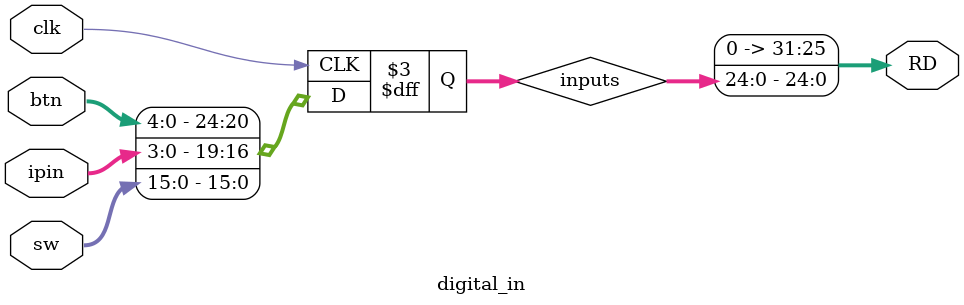
<source format=v>
`timescale 1ns / 1ps


module digital_in(
    input clk,
    input [15:0] sw,
    input [4:0] btn,
    input [3:0] ipin,
    
    output [31:0] RD
);
    // Peripherals registers
    reg [24:0] inputs = 0;
    assign RD = inputs;

    always @ (posedge clk)
        inputs <= {btn, ipin, sw};

endmodule

</source>
